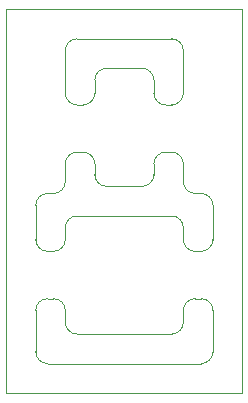
<source format=gbr>
%TF.GenerationSoftware,KiCad,Pcbnew,8.99.0-unknown-ac73616e7c~181~ubuntu24.04.1*%
%TF.CreationDate,2024-12-23T20:21:58-05:00*%
%TF.ProjectId,EZConnect,455a436f-6e6e-4656-9374-2e6b69636164,rev?*%
%TF.SameCoordinates,Original*%
%TF.FileFunction,Profile,NP*%
%FSLAX46Y46*%
G04 Gerber Fmt 4.6, Leading zero omitted, Abs format (unit mm)*
G04 Created by KiCad (PCBNEW 8.99.0-unknown-ac73616e7c~181~ubuntu24.04.1) date 2024-12-23 20:21:58*
%MOMM*%
%LPD*%
G01*
G04 APERTURE LIST*
%TA.AperFunction,Profile*%
%ADD10C,0.050000*%
%TD*%
%TA.AperFunction,Profile*%
%ADD11C,0.080000*%
%TD*%
G04 APERTURE END LIST*
D10*
X150100001Y-90000000D02*
G75*
G02*
X151100001Y-89000001I999999J0D01*
G01*
X161600000Y-102100000D02*
G75*
G02*
X162600000Y-103100000I0J-1000000D01*
G01*
X157600000Y-100500000D02*
X157600000Y-99600000D01*
X150100000Y-105000000D02*
G75*
G02*
X151100000Y-104000000I1000000J0D01*
G01*
X156600000Y-91500000D02*
G75*
G02*
X157600000Y-92500000I0J-1000000D01*
G01*
X152599997Y-99599997D02*
X152599997Y-100500000D01*
X147600003Y-103100000D02*
X147600003Y-106000000D01*
X152600000Y-92500000D02*
G75*
G02*
X153600000Y-91500000I1000000J0D01*
G01*
X160100000Y-93600000D02*
X160100000Y-89999997D01*
X153600000Y-91500000D02*
X156600000Y-91500000D01*
X147600000Y-112000000D02*
X147600000Y-115500000D01*
X161099999Y-102100000D02*
X161600000Y-102100000D01*
X150100004Y-99599997D02*
X150100004Y-101100000D01*
X145100000Y-86500000D02*
X165100000Y-86500000D01*
X165100000Y-119000000D01*
X145100000Y-119000000D01*
X145100000Y-86500000D01*
X160099999Y-99599997D02*
X160099999Y-101100000D01*
X160100000Y-113000000D02*
G75*
G02*
X159100000Y-114000000I-1000000J0D01*
G01*
X150100000Y-105000000D02*
X150100000Y-106000003D01*
X148600000Y-116500000D02*
G75*
G02*
X147600000Y-115500000I0J1000000D01*
G01*
X149100004Y-102100000D02*
X148600003Y-102100000D01*
X159100000Y-88999997D02*
X151100000Y-88999997D01*
X161099999Y-102100000D02*
G75*
G02*
X160100000Y-101100000I1J1000000D01*
G01*
X150100004Y-101100000D02*
G75*
G02*
X149100004Y-102100004I-1000004J0D01*
G01*
X152600000Y-92500000D02*
X152600000Y-93600000D01*
X159100000Y-104000000D02*
G75*
G02*
X160100000Y-105000000I0J-1000000D01*
G01*
X160100000Y-105000000D02*
X160100000Y-106000003D01*
X157600000Y-100500000D02*
G75*
G02*
X156600000Y-101500000I-1000000J0D01*
G01*
X162600000Y-112000000D02*
X162600000Y-115500000D01*
X151100000Y-104000000D02*
X159100000Y-104000000D01*
X156600000Y-101500000D02*
X153600000Y-101500000D01*
X150100000Y-112000000D02*
X150100000Y-113000000D01*
X162600000Y-115500000D02*
G75*
G02*
X161600000Y-116500000I-1000000J0D01*
G01*
X157600003Y-93600003D02*
X157600003Y-92500000D01*
X151100000Y-114000000D02*
G75*
G02*
X150100000Y-113000000I0J1000000D01*
G01*
X153600000Y-101500000D02*
G75*
G02*
X152600000Y-100500000I0J1000000D01*
G01*
X159100000Y-88999997D02*
G75*
G02*
X160100003Y-89999997I0J-1000003D01*
G01*
X147600003Y-103100000D02*
G75*
G02*
X148600003Y-102100003I999997J0D01*
G01*
X161600000Y-116500000D02*
X148600000Y-116500000D01*
X162600000Y-103100000D02*
X162600000Y-106000000D01*
X159100000Y-114000000D02*
X151100000Y-114000000D01*
X150100001Y-93600003D02*
X150100001Y-90000000D01*
X160100000Y-112000000D02*
X160100000Y-113000000D01*
D11*
%TO.C,H3*%
X148600000Y-107000000D02*
X149100000Y-107000000D01*
X149100000Y-111000000D02*
X148600000Y-111000000D01*
X147600000Y-112000000D02*
G75*
G02*
X148599997Y-111000003I999996J1D01*
G01*
X148600000Y-107000000D02*
G75*
G02*
X147600003Y-106000003I-1J999996D01*
G01*
X149100000Y-111000000D02*
G75*
G02*
X150099997Y-111999997I1J-999996D01*
G01*
X150100000Y-106000000D02*
G75*
G02*
X149100003Y-106999997I-999996J-1D01*
G01*
%TO.C,H2*%
X158600000Y-94600000D02*
X159100000Y-94600000D01*
X159100000Y-98600000D02*
X158600000Y-98600000D01*
X157600000Y-99600000D02*
G75*
G02*
X158599997Y-98600003I999996J1D01*
G01*
X158600000Y-94600000D02*
G75*
G02*
X157600003Y-93600003I-1J999996D01*
G01*
X159100000Y-98600000D02*
G75*
G02*
X160099997Y-99599997I1J-999996D01*
G01*
X160100000Y-93600000D02*
G75*
G02*
X159100003Y-94599997I-999996J-1D01*
G01*
%TO.C,H1*%
X151100000Y-94600000D02*
X151600000Y-94600000D01*
X151600000Y-98600000D02*
X151100000Y-98600000D01*
X150100000Y-99600000D02*
G75*
G02*
X151099997Y-98600003I999996J1D01*
G01*
X151100000Y-94600000D02*
G75*
G02*
X150100003Y-93600003I-1J999996D01*
G01*
X151600000Y-98600000D02*
G75*
G02*
X152599997Y-99599997I1J-999996D01*
G01*
X152600000Y-93600000D02*
G75*
G02*
X151600003Y-94599997I-999996J-1D01*
G01*
%TO.C,H4*%
X161100000Y-107000000D02*
X161600000Y-107000000D01*
X161600000Y-111000000D02*
X161100000Y-111000000D01*
X160100000Y-112000000D02*
G75*
G02*
X161099997Y-111000003I999996J1D01*
G01*
X161100000Y-107000000D02*
G75*
G02*
X160100003Y-106000003I-1J999996D01*
G01*
X161600000Y-111000000D02*
G75*
G02*
X162599997Y-111999997I1J-999996D01*
G01*
X162600000Y-106000000D02*
G75*
G02*
X161600003Y-106999997I-999996J-1D01*
G01*
%TD*%
M02*

</source>
